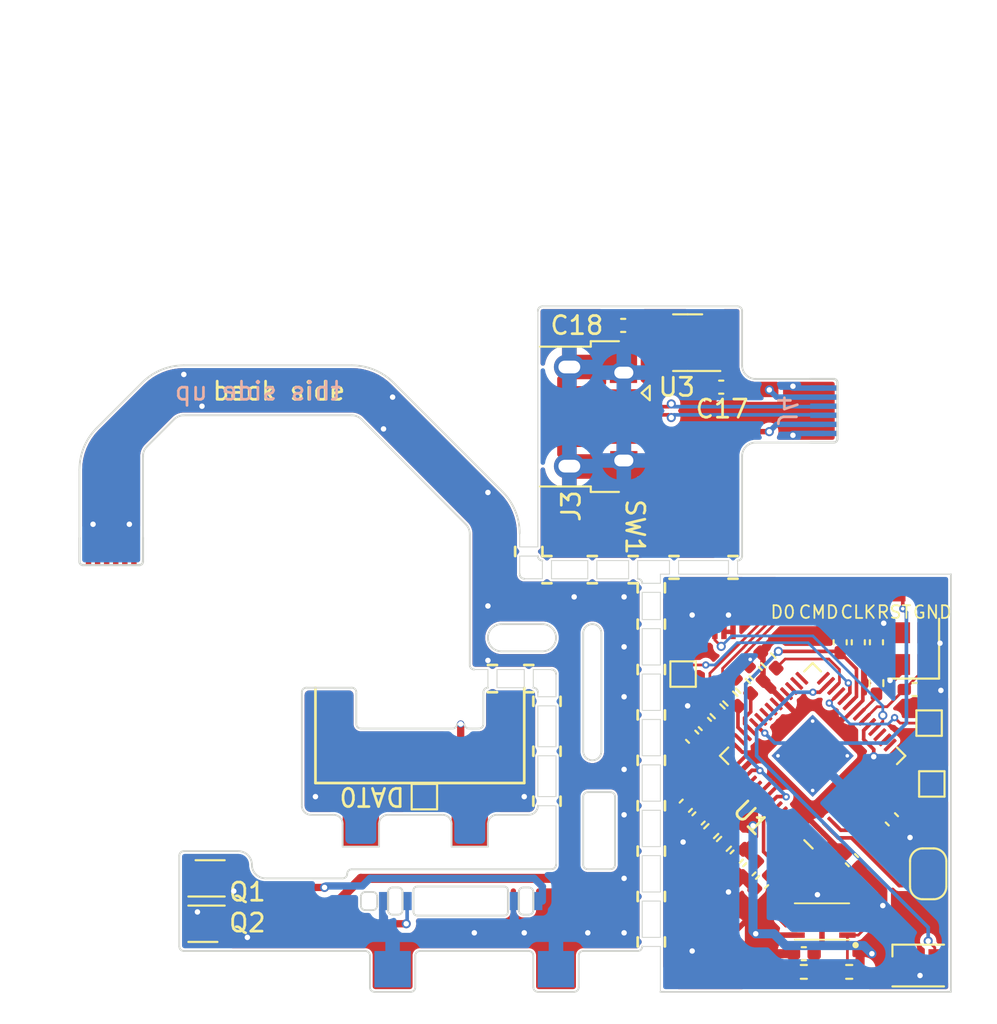
<source format=kicad_pcb>
(kicad_pcb (version 20221018) (generator pcbnew)

  (general
    (thickness 0.115)
  )

  (paper "A4")
  (layers
    (0 "F.Cu" signal)
    (31 "B.Cu" signal)
    (32 "B.Adhes" user "B.Adhesive")
    (33 "F.Adhes" user "F.Adhesive")
    (34 "B.Paste" user)
    (35 "F.Paste" user)
    (36 "B.SilkS" user "B.Silkscreen")
    (37 "F.SilkS" user "F.Silkscreen")
    (38 "B.Mask" user)
    (39 "F.Mask" user)
    (40 "Dwgs.User" user "User.Drawings")
    (41 "Cmts.User" user "User.Comments")
    (42 "Eco1.User" user "User.Eco1")
    (43 "Eco2.User" user "User.Eco2")
    (44 "Edge.Cuts" user)
    (45 "Margin" user)
    (46 "B.CrtYd" user "B.Courtyard")
    (47 "F.CrtYd" user "F.Courtyard")
    (48 "B.Fab" user)
    (49 "F.Fab" user)
    (50 "User.1" user)
    (51 "User.2" user)
    (52 "User.3" user)
    (53 "User.4" user)
    (54 "User.5" user)
    (55 "User.6" user)
    (56 "User.7" user)
    (57 "User.8" user)
    (58 "User.9" user)
  )

  (setup
    (stackup
      (layer "F.SilkS" (type "Top Silk Screen"))
      (layer "F.Paste" (type "Top Solder Paste"))
      (layer "F.Mask" (type "Top Solder Mask") (thickness 0.01))
      (layer "F.Cu" (type "copper") (thickness 0.035))
      (layer "dielectric 1" (type "core") (color "Polyimide") (thickness 0.025) (material "Polyimide") (epsilon_r 3.2) (loss_tangent 0.004))
      (layer "B.Cu" (type "copper") (thickness 0.035))
      (layer "B.Mask" (type "Bottom Solder Mask") (thickness 0.01))
      (layer "B.Paste" (type "Bottom Solder Paste"))
      (layer "B.SilkS" (type "Bottom Silk Screen"))
      (copper_finish "None")
      (dielectric_constraints no)
    )
    (pad_to_mask_clearance 0)
    (pcbplotparams
      (layerselection 0x00010fc_ffffffff)
      (plot_on_all_layers_selection 0x0000000_00000000)
      (disableapertmacros false)
      (usegerberextensions false)
      (usegerberattributes true)
      (usegerberadvancedattributes true)
      (creategerberjobfile true)
      (dashed_line_dash_ratio 12.000000)
      (dashed_line_gap_ratio 3.000000)
      (svgprecision 4)
      (plotframeref false)
      (viasonmask false)
      (mode 1)
      (useauxorigin false)
      (hpglpennumber 1)
      (hpglpenspeed 20)
      (hpglpendiameter 15.000000)
      (dxfpolygonmode true)
      (dxfimperialunits true)
      (dxfusepcbnewfont true)
      (psnegative false)
      (psa4output false)
      (plotreference true)
      (plotvalue true)
      (plotinvisibletext false)
      (sketchpadsonfab false)
      (subtractmaskfromsilk false)
      (outputformat 1)
      (mirror false)
      (drillshape 1)
      (scaleselection 1)
      (outputdirectory "")
    )
  )

  (net 0 "")
  (net 1 "+3V3")
  (net 2 "GND")
  (net 3 "/XIN")
  (net 4 "Net-(C3-Pad2)")
  (net 5 "+1V1")
  (net 6 "GND1")
  (net 7 "VBUS")
  (net 8 "unconnected-(D1-DOUT-Pad2)")
  (net 9 "/STATUS_LED")
  (net 10 "Net-(J6-Pin_3)")
  (net 11 "GND2")
  (net 12 "/QSPI_~{CS}")
  (net 13 "/~{USB_BOOT}")
  (net 14 "/XOUT")
  (net 15 "/USB_DP")
  (net 16 "/DP")
  (net 17 "/NX_CLK")
  (net 18 "Net-(U1-GPIO27_ADC1)")
  (net 19 "/NX_CMD")
  (net 20 "Net-(U1-GPIO28_ADC2)")
  (net 21 "/NX_D0")
  (net 22 "Net-(U1-GPIO29_ADC3)")
  (net 23 "/RP2040_~{USB_BOOT}")
  (net 24 "/TRAINING_RESET_A")
  (net 25 "/TRAINING_RESET_B")
  (net 26 "unconnected-(U1-GPIO2-Pad4)")
  (net 27 "unconnected-(U1-GPIO3-Pad5)")
  (net 28 "unconnected-(U1-GPIO4-Pad6)")
  (net 29 "unconnected-(U1-GPIO5-Pad7)")
  (net 30 "unconnected-(U1-GPIO6-Pad8)")
  (net 31 "unconnected-(U1-GPIO7-Pad9)")
  (net 32 "unconnected-(U1-GPIO8-Pad11)")
  (net 33 "unconnected-(U1-GPIO9-Pad12)")
  (net 34 "unconnected-(U1-GPIO10-Pad13)")
  (net 35 "unconnected-(U1-GPIO11-Pad14)")
  (net 36 "unconnected-(U1-GPIO12-Pad15)")
  (net 37 "unconnected-(U1-GPIO13-Pad16)")
  (net 38 "unconnected-(U1-GPIO14-Pad17)")
  (net 39 "/NX_CPU")
  (net 40 "/SWCLK")
  (net 41 "/SWD")
  (net 42 "/RUN")
  (net 43 "unconnected-(U1-GPIO17-Pad28)")
  (net 44 "unconnected-(U1-GPIO18-Pad29)")
  (net 45 "unconnected-(U1-GPIO19-Pad30)")
  (net 46 "unconnected-(U1-GPIO20-Pad31)")
  (net 47 "unconnected-(U1-GPIO21-Pad32)")
  (net 48 "unconnected-(U1-GPIO22-Pad34)")
  (net 49 "unconnected-(U1-GPIO23-Pad35)")
  (net 50 "unconnected-(U1-GPIO24-Pad36)")
  (net 51 "unconnected-(U1-GPIO25-Pad37)")
  (net 52 "/NX_RST")
  (net 53 "/QSPI_SD3")
  (net 54 "/QSPI_CLK")
  (net 55 "/QSPI_SD0")
  (net 56 "/QSPI_SD2")
  (net 57 "/QSPI_SD1")
  (net 58 "/D+")
  (net 59 "/D-")
  (net 60 "Net-(C16-Pad1)")
  (net 61 "Net-(C15-Pad1)")
  (net 62 "/DAT0")
  (net 63 "GND3")
  (net 64 "unconnected-(J3-ID-Pad4)")
  (net 65 "/USB_DN")
  (net 66 "/DN")

  (footprint "Capacitor_SMD:C_0402_1005Metric_Pad0.74x0.62mm_HandSolder" (layer "F.Cu") (at 138.15 58.25 -90))

  (footprint "Jumper:SolderJumper-2_P1.3mm_Open_RoundedPad1.0x1.5mm" (layer "F.Cu") (at 143 71 -90))

  (footprint "TestPoint:TestPoint_Pad_1.0x1.0mm" (layer "F.Cu") (at 115.25 66.75 180))

  (footprint "TestPoint:TestPoint_Pad_1.0x1.0mm" (layer "F.Cu") (at 143.2 66.05))

  (footprint "Capacitor_SMD:C_0402_1005Metric_Pad0.74x0.62mm_HandSolder" (layer "F.Cu") (at 138.8 70.25 135))

  (footprint "Resistor_SMD:R_0402_1005Metric_Pad0.72x0.64mm_HandSolder" (layer "F.Cu") (at 132.1 61.35 -45))

  (footprint "Capacitor_SMD:C_0402_1005Metric_Pad0.74x0.62mm_HandSolder" (layer "F.Cu") (at 130 63.45 -45))

  (footprint "TestPoint:TestPoint_Pad_1.0x1.0mm" (layer "F.Cu") (at 143.05 62.7))

  (footprint "TestPoint:TestPoint_Pad_1.0x1.0mm" (layer "F.Cu") (at 129.5 60))

  (footprint "Resistor_SMD:R_0402_1005Metric_Pad0.72x0.64mm_HandSolder" (layer "F.Cu") (at 136.15 76.4))

  (footprint "TestPoint:TestPoint_Pad_1.0x1.0mm" (layer "F.Cu") (at 143.25 55.5))

  (footprint "Capacitor_SMD:C_0402_1005Metric_Pad0.74x0.62mm_HandSolder" (layer "F.Cu") (at 133.85 71.45 45))

  (footprint "Capacitor_SMD:C_0402_1005Metric_Pad0.74x0.62mm_HandSolder" (layer "F.Cu") (at 131.6 44.2))

  (footprint "Capacitor_SMD:C_0402_1005Metric_Pad0.74x0.62mm_HandSolder" (layer "F.Cu") (at 130.35 67.95 45))

  (footprint "Resistor_SMD:R_0402_1005Metric_Pad0.72x0.64mm_HandSolder" (layer "F.Cu") (at 131.75 69.35 45))

  (footprint "Resistor_SMD:R_0402_1005Metric_Pad0.72x0.64mm_HandSolder" (layer "F.Cu") (at 140.15 60.5 -90))

  (footprint "Capacitor_SMD:C_0402_1005Metric_Pad0.74x0.62mm_HandSolder" (layer "F.Cu") (at 126.2 40.8 180))

  (footprint "flexifly:MicroFET_2x2" (layer "F.Cu") (at 103.25 73.75 90))

  (footprint "Capacitor_SMD:C_0402_1005Metric_Pad0.74x0.62mm_HandSolder" (layer "F.Cu") (at 141 68 135))

  (footprint "TestPoint:TestPoint_Pad_2.0x2.0mm" (layer "F.Cu") (at 117.75 68.5 180))

  (footprint "flexifly:Conn_BGA_shim" (layer "F.Cu") (at 117.25 62.75 180))

  (footprint "flexifly:SW_SPST_XKB_1187A-B-A-B" (layer "F.Cu") (at 130.05 50 90))

  (footprint "Resistor_SMD:R_0402_1005Metric_Pad0.72x0.64mm_HandSolder" (layer "F.Cu") (at 132.8 60.65 -45))

  (footprint "TestPoint:TestPoint_Pad_2.0x2.0mm" (layer "F.Cu") (at 111.75 68.5 180))

  (footprint "Capacitor_SMD:C_0402_1005Metric_Pad0.74x0.62mm_HandSolder" (layer "F.Cu") (at 139.15 58.25 -90))

  (footprint "Resistor_SMD:R_0402_1005Metric_Pad0.72x0.64mm_HandSolder" (layer "F.Cu") (at 138.65 76.4 180))

  (footprint "Capacitor_SMD:C_0402_1005Metric_Pad0.74x0.62mm_HandSolder" (layer "F.Cu") (at 133.15 70.75 45))

  (footprint "TestPoint:TestPoint_Pad_1.0x1.0mm" (layer "F.Cu") (at 141.25 55.5))

  (footprint "Package_TO_SOT_SMD:SOT-23-3" (layer "F.Cu") (at 129.75 41.75 180))

  (footprint "Resistor_SMD:R_0402_1005Metric_Pad0.72x0.64mm_HandSolder" (layer "F.Cu") (at 131.4 62.05 -45))

  (footprint "Capacitor_SMD:C_0402_1005Metric_Pad0.74x0.62mm_HandSolder" (layer "F.Cu") (at 142.25 60.85 180))

  (footprint "Capacitor_SMD:C_0402_1005Metric_Pad0.74x0.62mm_HandSolder" (layer "F.Cu") (at 140.15 58.25 -90))

  (footprint "flexifly:MicroFET_2x2" (layer "F.Cu") (at 103.25 71.25 -90))

  (footprint "flexifly:FPC_1x06_P0.50mm" (layer "F.Cu") (at 98 53.25 180))

  (footprint "TestPoint:TestPoint_Pad_1.0x1.0mm" (layer "F.Cu") (at 137.25 55.5))

  (footprint "flexifly:W25QxxxxUXxx" (layer "F.Cu") (at 137.15 73.625))

  (footprint "Capacitor_SMD:C_0402_1005Metric_Pad0.74x0.62mm_HandSolder" (layer "F.Cu") (at 136.15 75.4))

  (footprint "Package_DFN_QFN:QFN-56-1EP_7x7mm_P0.4mm_EP3.2x3.2mm_ThermalVias" (layer "F.Cu") (at 136.634996 64.5 135))

  (footprint "LED_SMD:LED_WS2812B-2020_PLCC4_2.0x2.0mm" (layer "F.Cu") (at 142.45 76.05))

  (footprint "Resistor_SMD:R_0402_1005Metric_Pad0.72x0.64mm_HandSolder" (layer "F.Cu") (at 131.05 68.65 -135))

  (footprint "TestPoint:TestPoint_Pad_1.0x1.0mm" (layer "F.Cu") (at 135.25 55.5))

  (footprint "Capacitor_SMD:C_0402_1005Metric_Pad0.74x0.62mm_HandSolder" (layer "F.Cu") (at 133.5 59.95 -45))

  (footprint "flexifly:HCTL_HC-FPC-05-09-6RLTAG_1x06-1MP_P0.50mm_Horizontal" (layer "F.Cu") (at 131 54.775 180))

  (footprint "Connector_USB:USB_Micro-B_Amphenol_10103594-0001LF_Horizontal" (layer "F.Cu") (at 124.35 45.845 -90))

  (footprint "Crystal:Crystal_SMD_2520-4Pin_2.5x2.0mm" (layer "F.Cu") (at 142.2 58.6 90))

  (footprint "Capacitor_SMD:C_0402_1005Metric_Pad0.74x0.62mm_HandSolder" (layer "F.Cu") (at 132.45 70.05 45))

  (footprint "flexifly:HCTL_HC-FPC-05-09-6RLTAG_1x06-1MP_P0.50mm_Horizontal" (layer "F.Cu") (at 131 77.2))

  (footprint "Capacitor_SMD:C_0402_1005Metric_Pad0.74x0.62mm_HandSolder" (layer "F.Cu") (at 129.65 67.25 -135))

  (footprint "Capacitor_SMD:C_0402_1005Metric_Pad0.74x0.62mm_HandSolder" (layer "F.Cu") (at 130.7 62.75 -45))

  (footprint "Resistor_SMD:R_0402_1005Metric_Pad0.72x0.64mm_HandSolder" (layer "F.Cu") (at 134.2 59.25 -45))

  (footprint "TestPoint:TestPoint_Pad_1.0x1.0mm" (layer "F.Cu") (at 139.25 55.5))

  (footprint "flexifly:FPC_1x06_P0.50mm" (layer "B.Cu") (at 137.25 45.5 90))

  (footprint "flexifly:APU_package_cap_conn" (layer "B.Cu") (at 120.85 72.5 180))

  (footprint "TestPoint:TestPoint_Pad_2.0x2.0mm" (layer "B.Cu") (at 122.5 76.25 180))

  (footprint "flexifly:APU_package_cap_conn" (layer "B.Cu") (at 113.65 72.5 180))

  (footprint "TestPoint:TestPoint_Pad_2.0x2.0mm" (layer "B.Cu") (at 113.5 76.25 180))

  (gr_line (start 128.5 72) (end 128.5 72.5)
    (stroke (width 0.15) (type default)) (layer "F.SilkS") (tstamp 01ca5670-3119-42d0-af78-b1b448d3894c))
  (gr_line (start 121.25 64) (end 121.25 64.5)
    (stroke (width 0.15) (type default)) (layer "F.SilkS") (tstamp 098cdd2a-aebf-45bb-b1c6-f7cac99d4877))
  (gr_line (start 129.25 53.5) (end 128.75 53.5)
    (stroke (width 0.15) (type default)) (layer "F.SilkS") (tstamp 0f224885-f6a0-498d-88f9-56c6406b2034))
  (gr_line (start 120.75 59.5) (end 121.25 59.5)
    (stroke (width 0.15) (type default)) (layer "F.SilkS") (tstamp 104c9f4b-b1da-4830-a434-755b91b5c14e))
  (gr_line (start 121.25 66.75) (end 121.25 67.25)
    (stroke (width 0.15) (type default)) (layer "F.SilkS") (tstamp 13e58187-1d36-47dd-b0db-2d71bf849947))
  (gr_line (start 126.5 53.5) (end 127 53.5)
    (stroke (width 0.15) (type default)) (layer "F.SilkS") (tstamp 27928df7-c56f-49e5-ba96-9c636abf691d))
  (gr_line (start 121.25 61.25) (end 121.25 61.75)
    (stroke (width 0.15) (type default)) (layer "F.SilkS") (tstamp 321e5a9a-6258-46aa-a4c6-0b82c1e91037))
  (gr_line (start 121.75 53.5) (end 122.25 53.5)
    (stroke (width 0.15) (type default)) (layer "F.SilkS") (tstamp 339bf9d1-b913-496b-bf1c-981ae7cc62c5))
  (gr_line (start 128.5 69.5) (end 128.5 70)
    (stroke (width 0.15) (type default)) (layer "F.SilkS") (tstamp 34b20422-bc14-4a57-8e14-835fce2c1fa0))
  (gr_line (start 127 70) (end 127 69.5)
    (stroke (width 0.15) (type default)) (layer "F.SilkS") (tstamp 37f58952-719e-496a-b9b2-b222faa749a5))
  (gr_line (start 127 65) (end 127 64.5)
    (stroke (width 0.15) (type default)) (layer "F.SilkS") (tstamp 423d56d0-83f9-4941-b78c-9d0fe705b7e6))
  (gr_line (start 128.5 74.5) (end 128.5 75)
    (stroke (width 0.15) (type default)) (layer "F.SilkS") (tstamp 49adba9d-389c-4a68-baed-6159f6d41c24))
  (gr_line (start 127 75) (end 127 74.5)
    (stroke (width 0.15) (type default)) (layer "F.SilkS") (tstamp 4e9ee5d3-3428-47b3-a84f-03d0044a56f8))
  (gr_line (start 124.75 55) (end 124.25 55)
    (stroke (width 0.15) (type default)) (layer "F.SilkS") (tstamp 4f750e44-7689-4711-9b0e-9c18ac13e895))
  (gr_line (start 124.25 53.5) (end 124.75 53.5)
    (stroke (width 0.15) (type default)) (layer "F.SilkS") (tstamp 548d33e4-3cb7-4a84-8e9f-2d89d849e308))
  (gr_line (start 128.5 67) (end 128.5 67.5)
    (stroke (width 0.15) (type default)) (layer "F.SilkS") (tstamp 5f17a99a-955e-40a0-b6d1-f3d2edf0566a))
  (gr_line (start 128.5 62) (end 128.5 62.5)
    (stroke (width 0.15) (type default)) (layer "F.SilkS") (tstamp 6af144b3-eb09-497a-a86e-7f47f9fe5e9d))
  (gr_line (start 127 72.5) (end 127 72)
    (stroke (width 0.15) (type default)) (layer "F.SilkS") (tstamp 7851e222-53e4-46bc-86b7-bde5d76db19f))
  (gr_line (start 127 55.5) (end 127 55)
    (stroke (width 0.15) (type default)) (layer "F.SilkS") (tstamp 78b295c9-41a0-4ba5-b975-8e171ab68d0f))
  (gr_line (start 120.25 53.5) (end 120.25 53)
    (stroke (width 0.15) (type default)) (layer "F.SilkS") (tstamp 7b10d9e4-9c24-468e-8f25-10a6d8c3d8e4))
  (gr_line (start 127 62.5) (end 127 62)
    (stroke (width 0.15) (type default)) (layer "F.SilkS") (tstamp 86c4816c-cfa1-4e5d-8331-a6f57f57dfea))
  (gr_line (start 127 57.5) (end 127 57)
    (stroke (width 0.15) (type default)) (layer "F.SilkS") (tstamp 8b772a4e-0dde-4750-95eb-367ad91811bb))
  (gr_line (start 122.75 64.5) (end 122.75 64)
    (stroke (width 0.15) (type default)) (layer "F.SilkS") (tstamp 8d2b351e-c137-4b5e-b0ee-83928756e796))
  (gr_line (start 132.5 54.75) (end 132 54.75)
    (stroke (width 0.15) (type default)) (layer "F.SilkS") (tstamp 8dd7fc6a-de16-432d-ac87-137bb2b53284))
  (gr_line (start 128.5 55) (end 128.5 55.5)
    (stroke (width 0.15) (type default)) (layer "F.SilkS") (tstamp 90d0abbd-24ac-4d3c-a3ad-24214dd3f9b0))
  (gr_line (start 122.25 55) (end 121.75 55)
    (stroke (width 0.15) (type default)) (layer "F.SilkS") (tstamp 9129cb84-70a0-4102-8afd-c239728ca794))
  (gr_line (start 127 55) (end 126.5 55)
    (stroke (width 0.15) (type default)) (layer "F.SilkS") (tstamp 91c38b9b-6bb3-401e-b823-4785a52dc968))
  (gr_line (start 128.75 54.75) (end 129.25 54.75)
    (stroke (width 0.15) (type default)) (layer "F.SilkS") (tstamp 96c6fd12-64c9-447b-ba30-a6d007a21626))
  (gr_line (start 128.5 64.5) (end 128.5 65)
    (stroke (width 0.15) (type default)) (layer "F.SilkS") (tstamp 9ee80837-76e3-4b48-ae90-d077482a5b0f))
  (gr_line (start 109.25 66) (end 109.25 60.75)
    (stroke (width 0.15) (type default)) (layer "F.SilkS") (tstamp b20e12ff-da6e-45fe-a8a6-59210eac6b79))
  (gr_line (start 122.75 67.25) (end 122.75 66.75)
    (stroke (width 0.15) (type default)) (layer "F.SilkS") (tstamp b271a6bb-aa3b-45a5-b88d-0b019d8c38b5))
  (gr_line (start 128.5 57) (end 128.5 57.5)
    (stroke (width 0.15) (type default)) (layer "F.SilkS") (tstamp bef338b3-7ab1-4763-ac30-ec9b9931f5c6))
  (gr_line (start 128.5 59.5) (end 128.5 60)
    (stroke (width 0.15) (type default)) (layer "F.SilkS") (tstamp c3e1be9f-7c4f-4ebb-88ca-50d92efbd881))
  (gr_line (start 127 67.5) (end 127 67)
    (stroke (width 0.15) (type default)) (layer "F.SilkS") (tstamp c633f3a4-6441-4eb3-bef8-51b735abeb64))
  (gr_line (start 119.25 59.5) (end 118.75 59.5)
    (stroke (width 0.15) (type default)) (layer "F.SilkS") (tstamp c6dfd707-1bd4-48dd-882a-f8d477aafccb))
  (gr_line (start 109.25 66) (end 120.75 66)
    (stroke (width 0.15) (type default)) (layer "F.SilkS") (tstamp d5e1a3aa-7457-4957-aea8-28741c8452fe))
  (gr_line (start 121.25 61) (end 120.75 61)
    (stroke (width 0.15) (type default)) (layer "F.SilkS") (tstamp db799b5a-c56f-4e7d-aefa-74cd70aaa3a9))
  (gr_line (start 120.75 66) (end 120.75 60.75)
    (stroke (width 0.15) (type default)) (layer "F.SilkS") (tstamp e1f03005-87b0-48f8-9fc0-bcf336b3af7b))
  (gr_line (start 127 60) (end 127 59.5)
    (stroke (width 0.15) (type default)) (layer "F.SilkS") (tstamp e41b272f-d7e8-4e80-972d-ca21ec6e515a))
  (gr_line (start 132 53.5) (end 132.5 53.5)
    (stroke (width 0.15) (type default)) (layer "F.SilkS") (tstamp e6f11716-4595-4fcc-91a4-6ba9623b16fb))
  (gr_line (start 121.75 53) (end 121.75 53.5)
    (stroke (width 0.15) (type default)) (layer "F.SilkS") (tstamp ead1b1e0-05d5-4a78-816c-a5c4bb8a6f84))
  (gr_line (start 122.75 61.25) (end 122.75 61.75)
    (stroke (width 0.15) (type default)) (layer "F.SilkS") (tstamp ee480e2d-f438-4e5a-a7b6-6bbd9f574c88))
  (gr_line (start 118.75 61) (end 119.25 61)
    (stroke (width 0.15) (type default)) (layer "F.SilkS") (tstamp f368eded-8684-4ee4-a000-03506ea1f2cf))
  (gr_line (start 128.25 77.5) (end 144.25 77.5)
    (stroke (width 0.1) (type default)) (layer "Edge.Cuts") (tstamp 0276bee1-9923-433f-92b0-b639ea68ef45))
  (gr_line (start 121.75 58.75) (end 119.5 58.75)
    (stroke (width 0.1) (type default)) (layer "Edge.Cuts") (tstamp 0423cf34-0355-4ddd-9ff7-15f1fdcc0478))
  (gr_line (start 110.75 69.5) (end 112.75 69.5)
    (stroke (width 0.1) (type default)) (layer "Edge.Cuts") (tstamp 05fac5e1-9465-42fd-b0ad-f2bc3a0320c4))
  (gr_arc (start 99.701903 43.951903) (mid 100.756279 43.247392) (end 102 43)
    (stroke (width 0.1) (type default)) (layer "Edge.Cuts") (tstamp 07383e14-5c8f-4fc8-83d2-b375949f3ec6))
  (gr_line (start 111.78033 45.96967) (end 117.53033 51.75)
    (stroke (width 0.1) (type default)) (layer "Edge.Cuts") (tstamp 089f3dcd-be4b-4ca8-b48e-9abd2e0dab44))
  (gr_line (start 114.5 77.5) (end 112.5 77.5)
    (stroke (width 0.1) (type default)) (layer "Edge.Cuts") (tstamp 09daf9b7-1519-4675-bbed-9781d357327b))
  (gr_line (start 122.25 70.75) (end 111.25 70.75)
    (stroke (width 0.1) (type default)) (layer "Edge.Cuts") (tstamp 0b6323b3-fb24-4e93-a821-a82e01ab48a3))
  (gr_arc (s
... [371713 chars truncated]
</source>
